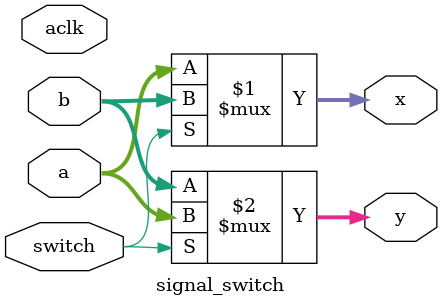
<source format=v>
`timescale 1ns / 1ps

module signal_switch #
(
    parameter integer                       DATA_WIDTH      = 16
)
(
    // system signals
    input  wire                             aclk,
    
    // FC signals
    input  wire                             switch,
    input  wire [DATA_WIDTH-1:0]            a,
    input  wire [DATA_WIDTH-1:0]            b,
    output wire [DATA_WIDTH-1:0]            x,
    output wire [DATA_WIDTH-1:0]            y
);

    assign x                                = switch ? b : a;
    assign y                                = switch ? a : b;

endmodule
</source>
